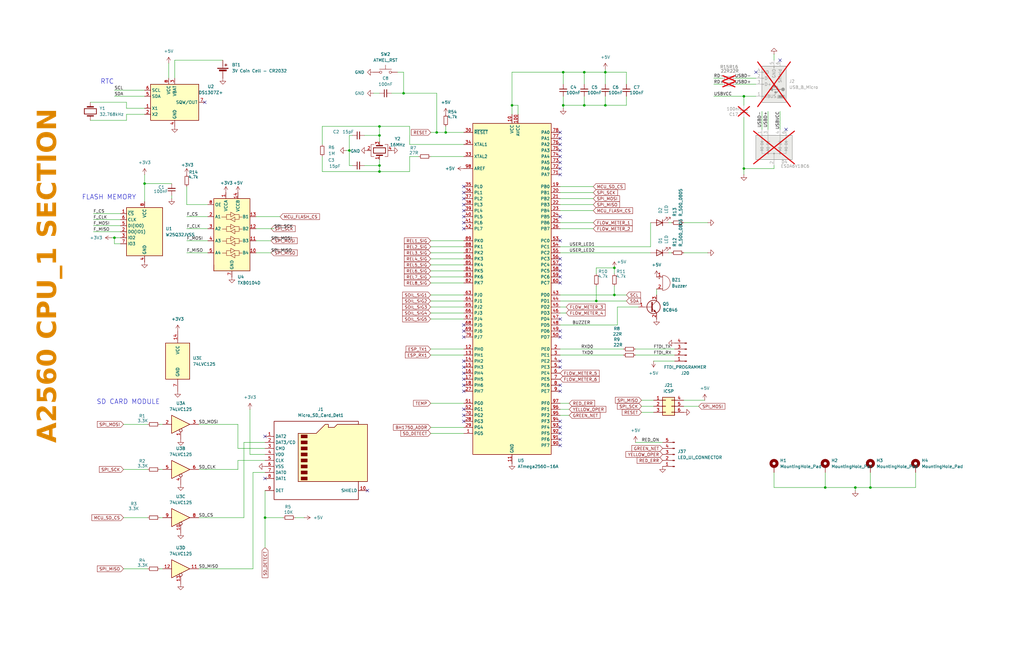
<source format=kicad_sch>
(kicad_sch (version 20250114) (generator "eeschema") (generator_version "9.0")
  (paper "B")
  (text "SD CARD MODULE\n" (at 54.102 169.672 0) (effects (font (size 2 2))))
  (text "FLASH MEMORY\n" (at 45.974 83.312 0) (effects (font (size 2 2))))
  (text "A2560 CPU_1 SECTION" (at 22.352 116.586 90) (effects (font (size 8 8))))
  (text "RTC\n" (at 45.212 34.544 0) (effects (font (size 2 2))))
  (junction (at 246.38 30.48))
  (junction (at 360.68 205.74))
  (junction (at 347.98 205.74))
  (junction (at 111.76 218.44))
  (junction (at 259.08 124.46))
  (junction (at 160.02 53.34))
  (junction (at 367.03 205.74))
  (junction (at 187.96 55.88))
  (junction (at 259.08 113.03))
  (junction (at 255.27 44.45))
  (junction (at 170.18 39.37))
  (junction (at 215.9 44.45))
  (junction (at 255.27 30.48))
  (junction (at 237.49 30.48))
  (junction (at 60.96 77.47))
  (junction (at 160.02 72.39))
  (junction (at 246.38 44.45))
  (junction (at 147.32 63.5))
  (junction (at 160.02 57.15))
  (junction (at 160.02 69.85))
  (junction (at 251.46 127))
  (junction (at 313.69 40.64))
  (junction (at 313.69 71.12))
  (junction (at 237.49 44.45))
  (junction (at 48.26 100.33))
  (junction (at 184.15 55.88))
  (no_connect (at 236.22 139.7))
  (no_connect (at 195.58 175.26))
  (no_connect (at 195.58 160.02))
  (no_connect (at 195.58 86.36))
  (no_connect (at 236.22 66.04))
  (no_connect (at 236.22 180.34))
  (no_connect (at 195.58 96.52))
  (no_connect (at 111.76 184.15))
  (no_connect (at 236.22 71.12))
  (no_connect (at 86.36 43.18))
  (no_connect (at 236.22 114.3))
  (no_connect (at 195.58 172.72))
  (no_connect (at 195.58 177.8))
  (no_connect (at 236.22 63.5))
  (no_connect (at 236.22 101.6))
  (no_connect (at 236.22 162.56))
  (no_connect (at 236.22 73.66))
  (no_connect (at 195.58 162.56))
  (no_connect (at 195.58 165.1))
  (no_connect (at 236.22 142.24))
  (no_connect (at 236.22 154.94))
  (no_connect (at 328.93 25.4))
  (no_connect (at 236.22 116.84))
  (no_connect (at 195.58 157.48))
  (no_connect (at 195.58 139.7))
  (no_connect (at 195.58 78.74))
  (no_connect (at 236.22 60.96))
  (no_connect (at 236.22 68.58))
  (no_connect (at 331.47 54.61))
  (no_connect (at 236.22 134.62))
  (no_connect (at 154.94 207.01))
  (no_connect (at 195.58 81.28))
  (no_connect (at 236.22 119.38))
  (no_connect (at 111.76 201.93))
  (no_connect (at 236.22 91.44))
  (no_connect (at 318.77 30.48))
  (no_connect (at 195.58 88.9))
  (no_connect (at 195.58 137.16))
  (no_connect (at 195.58 83.82))
  (no_connect (at 195.58 91.44))
  (no_connect (at 236.22 55.88))
  (no_connect (at 236.22 165.1))
  (no_connect (at 236.22 152.4))
  (no_connect (at 195.58 142.24))
  (no_connect (at 236.22 182.88))
  (no_connect (at 236.22 109.22))
  (no_connect (at 236.22 187.96))
  (no_connect (at 195.58 152.4))
  (no_connect (at 236.22 111.76))
  (no_connect (at 195.58 154.94))
  (no_connect (at 236.22 177.8))
  (no_connect (at 236.22 58.42))
  (no_connect (at 236.22 185.42))
  (no_connect (at 195.58 93.98))
  (wire (pts (xy 60.96 48.26) (xy 53.34 48.26)))
  (wire (pts (xy 48.26 100.33) (xy 50.8 100.33)))
  (wire (pts (xy 160.02 57.15) (xy 160.02 59.69)))
  (wire (pts (xy 93.98 25.4) (xy 73.66 25.4)))
  (wire (pts (xy 326.39 205.74) (xy 326.39 199.39)))
  (wire (pts (xy 251.46 120.65) (xy 251.46 127)))
  (wire (pts (xy 367.03 199.39) (xy 367.03 205.74)))
  (wire (pts (xy 181.61 116.84) (xy 195.58 116.84)))
  (wire (pts (xy 236.22 88.9) (xy 250.19 88.9)))
  (wire (pts (xy 39.37 97.79) (xy 50.8 97.79)))
  (wire (pts (xy 78.74 96.52) (xy 87.63 96.52)))
  (wire (pts (xy 260.35 129.54) (xy 269.24 129.54)))
  (wire (pts (xy 181.61 134.62) (xy 195.58 134.62)))
  (wire (pts (xy 102.87 186.69) (xy 111.76 186.69)))
  (wire (pts (xy 367.03 205.74) (xy 360.68 205.74)))
  (wire (pts (xy 250.19 96.52) (xy 236.22 96.52)))
  (wire (pts (xy 52.07 198.12) (xy 62.23 198.12)))
  (wire (pts (xy 147.32 57.15) (xy 147.32 63.5)))
  (wire (pts (xy 160.02 53.34) (xy 160.02 57.15)))
  (wire (pts (xy 218.44 48.26) (xy 218.44 44.45)))
  (wire (pts (xy 255.27 29.21) (xy 255.27 30.48)))
  (wire (pts (xy 251.46 113.03) (xy 259.08 113.03)))
  (wire (pts (xy 236.22 104.14) (xy 274.32 104.14)))
  (wire (pts (xy 326.39 71.12) (xy 313.69 71.12)))
  (wire (pts (xy 53.34 45.72) (xy 60.96 45.72)))
  (wire (pts (xy 236.22 106.68) (xy 274.32 106.68)))
  (wire (pts (xy 107.95 101.6) (xy 114.3 101.6)))
  (wire (pts (xy 181.61 147.32) (xy 195.58 147.32)))
  (wire (pts (xy 160.02 72.39) (xy 172.72 72.39)))
  (wire (pts (xy 181.61 104.14) (xy 195.58 104.14)))
  (wire (pts (xy 246.38 30.48) (xy 246.38 35.56)))
  (wire (pts (xy 195.58 66.04) (xy 181.61 66.04)))
  (wire (pts (xy 259.08 124.46) (xy 264.16 124.46)))
  (wire (pts (xy 78.74 91.44) (xy 87.63 91.44)))
  (wire (pts (xy 78.74 78.74) (xy 78.74 86.36)))
  (wire (pts (xy 153.67 69.85) (xy 160.02 69.85)))
  (wire (pts (xy 360.68 205.74) (xy 347.98 205.74)))
  (wire (pts (xy 264.16 40.64) (xy 264.16 44.45)))
  (wire (pts (xy 53.34 43.18) (xy 53.34 45.72)))
  (wire (pts (xy 313.69 49.53) (xy 313.69 71.12)))
  (wire (pts (xy 326.39 69.85) (xy 326.39 71.12)))
  (wire (pts (xy 284.48 152.4) (xy 275.59 152.4)))
  (wire (pts (xy 107.95 91.44) (xy 118.11 91.44)))
  (wire (pts (xy 181.61 111.76) (xy 195.58 111.76)))
  (wire (pts (xy 53.34 48.26) (xy 53.34 50.8)))
  (wire (pts (xy 135.89 53.34) (xy 160.02 53.34)))
  (wire (pts (xy 270.51 168.91) (xy 275.59 168.91)))
  (wire (pts (xy 181.61 101.6) (xy 195.58 101.6)))
  (wire (pts (xy 328.93 46.99) (xy 328.93 54.61)))
  (wire (pts (xy 236.22 149.86) (xy 262.89 149.86)))
  (wire (pts (xy 237.49 30.48) (xy 237.49 35.56)))
  (wire (pts (xy 255.27 30.48) (xy 255.27 35.56)))
  (wire (pts (xy 71.12 26.67) (xy 71.12 33.02)))
  (wire (pts (xy 38.1 43.18) (xy 53.34 43.18)))
  (wire (pts (xy 52.07 218.44) (xy 62.23 218.44)))
  (wire (pts (xy 181.61 129.54) (xy 195.58 129.54)))
  (wire (pts (xy 67.31 198.12) (xy 68.58 198.12)))
  (wire (pts (xy 39.37 90.17) (xy 50.8 90.17)))
  (wire (pts (xy 170.18 30.48) (xy 170.18 39.37)))
  (wire (pts (xy 72.39 82.55) (xy 72.39 83.82)))
  (wire (pts (xy 52.07 179.07) (xy 62.23 179.07)))
  (wire (pts (xy 309.88 33.02) (xy 318.77 33.02)))
  (wire (pts (xy 300.99 35.56) (xy 304.8 35.56)))
  (wire (pts (xy 309.88 35.56) (xy 318.77 35.56)))
  (wire (pts (xy 181.61 114.3) (xy 195.58 114.3)))
  (wire (pts (xy 148.59 57.15) (xy 147.32 57.15)))
  (wire (pts (xy 267.97 147.32) (xy 284.48 147.32)))
  (wire (pts (xy 48.26 102.87) (xy 48.26 100.33)))
  (wire (pts (xy 236.22 83.82) (xy 250.19 83.82)))
  (wire (pts (xy 67.31 218.44) (xy 68.58 218.44)))
  (wire (pts (xy 172.72 66.04) (xy 172.72 72.39)))
  (wire (pts (xy 298.45 106.68) (xy 288.29 106.68)))
  (wire (pts (xy 135.89 66.04) (xy 135.89 72.39)))
  (wire (pts (xy 181.61 106.68) (xy 195.58 106.68)))
  (wire (pts (xy 48.26 38.1) (xy 60.96 38.1)))
  (wire (pts (xy 240.03 170.18) (xy 236.22 170.18)))
  (wire (pts (xy 300.99 33.02) (xy 304.8 33.02)))
  (wire (pts (xy 67.31 179.07) (xy 68.58 179.07)))
  (wire (pts (xy 181.61 149.86) (xy 195.58 149.86)))
  (wire (pts (xy 288.29 168.91) (xy 297.18 168.91)))
  (wire (pts (xy 260.35 137.16) (xy 260.35 129.54)))
  (wire (pts (xy 288.29 171.45) (xy 294.64 171.45)))
  (wire (pts (xy 347.98 199.39) (xy 347.98 205.74)))
  (wire (pts (xy 39.37 95.25) (xy 50.8 95.25)))
  (wire (pts (xy 215.9 30.48) (xy 237.49 30.48)))
  (wire (pts (xy 187.96 55.88) (xy 195.58 55.88)))
  (wire (pts (xy 237.49 45.72) (xy 237.49 44.45)))
  (wire (pts (xy 170.18 39.37) (xy 184.15 39.37)))
  (wire (pts (xy 111.76 191.77) (xy 105.41 191.77)))
  (wire (pts (xy 237.49 30.48) (xy 246.38 30.48)))
  (wire (pts (xy 170.18 39.37) (xy 165.1 39.37)))
  (wire (pts (xy 39.37 92.71) (xy 50.8 92.71)))
  (wire (pts (xy 128.27 218.44) (xy 124.46 218.44)))
  (wire (pts (xy 167.64 30.48) (xy 170.18 30.48)))
  (wire (pts (xy 323.85 46.99) (xy 323.85 54.61)))
  (wire (pts (xy 73.66 25.4) (xy 73.66 33.02)))
  (wire (pts (xy 111.76 218.44) (xy 119.38 218.44)))
  (wire (pts (xy 313.69 44.45) (xy 313.69 40.64)))
  (wire (pts (xy 238.76 129.54) (xy 236.22 129.54)))
  (wire (pts (xy 236.22 137.16) (xy 260.35 137.16)))
  (wire (pts (xy 160.02 72.39) (xy 160.02 69.85)))
  (wire (pts (xy 270.51 173.99) (xy 275.59 173.99)))
  (wire (pts (xy 236.22 147.32) (xy 262.89 147.32)))
  (wire (pts (xy 83.82 240.03) (xy 106.68 240.03)))
  (wire (pts (xy 360.68 207.01) (xy 360.68 205.74)))
  (wire (pts (xy 50.8 102.87) (xy 48.26 102.87)))
  (wire (pts (xy 326.39 22.86) (xy 326.39 25.4)))
  (wire (pts (xy 157.48 39.37) (xy 160.02 39.37)))
  (wire (pts (xy 60.96 77.47) (xy 60.96 85.09)))
  (wire (pts (xy 181.61 182.88) (xy 195.58 182.88)))
  (wire (pts (xy 147.32 69.85) (xy 148.59 69.85)))
  (wire (pts (xy 240.03 172.72) (xy 236.22 172.72)))
  (wire (pts (xy 147.32 63.5) (xy 147.32 69.85)))
  (wire (pts (xy 236.22 78.74) (xy 250.19 78.74)))
  (wire (pts (xy 38.1 50.8) (xy 53.34 50.8)))
  (wire (pts (xy 237.49 44.45) (xy 237.49 40.64)))
  (wire (pts (xy 255.27 40.64) (xy 255.27 44.45)))
  (wire (pts (xy 259.08 113.03) (xy 259.08 115.57)))
  (wire (pts (xy 60.96 73.66) (xy 60.96 77.47)))
  (wire (pts (xy 250.19 93.98) (xy 236.22 93.98)))
  (wire (pts (xy 67.31 240.03) (xy 68.58 240.03)))
  (wire (pts (xy 160.02 69.85) (xy 160.02 67.31)))
  (wire (pts (xy 283.21 106.68) (xy 281.94 106.68)))
  (wire (pts (xy 347.98 205.74) (xy 326.39 205.74)))
  (wire (pts (xy 255.27 44.45) (xy 246.38 44.45)))
  (wire (pts (xy 172.72 60.96) (xy 195.58 60.96)))
  (wire (pts (xy 321.31 46.99) (xy 321.31 54.61)))
  (wire (pts (xy 236.22 86.36) (xy 250.19 86.36)))
  (wire (pts (xy 78.74 101.6) (xy 87.63 101.6)))
  (wire (pts (xy 106.68 240.03) (xy 106.68 199.39)))
  (wire (pts (xy 218.44 44.45) (xy 215.9 44.45)))
  (wire (pts (xy 251.46 127) (xy 264.16 127)))
  (wire (pts (xy 78.74 106.68) (xy 87.63 106.68)))
  (wire (pts (xy 270.51 171.45) (xy 275.59 171.45)))
  (wire (pts (xy 83.82 198.12) (xy 100.33 198.12)))
  (wire (pts (xy 172.72 53.34) (xy 172.72 60.96)))
  (wire (pts (xy 181.61 124.46) (xy 195.58 124.46)))
  (wire (pts (xy 246.38 40.64) (xy 246.38 44.45)))
  (wire (pts (xy 100.33 194.31) (xy 100.33 198.12)))
  (wire (pts (xy 181.61 55.88) (xy 184.15 55.88)))
  (wire (pts (xy 298.45 93.98) (xy 288.29 93.98)))
  (wire (pts (xy 176.53 66.04) (xy 172.72 66.04)))
  (wire (pts (xy 236.22 124.46) (xy 259.08 124.46)))
  (wire (pts (xy 52.07 240.03) (xy 62.23 240.03)))
  (wire (pts (xy 386.08 199.39) (xy 386.08 205.74)))
  (wire (pts (xy 102.87 218.44) (xy 102.87 186.69)))
  (wire (pts (xy 111.76 207.01) (xy 111.76 218.44)))
  (wire (pts (xy 111.76 194.31) (xy 100.33 194.31)))
  (wire (pts (xy 259.08 120.65) (xy 259.08 124.46)))
  (wire (pts (xy 48.26 40.64) (xy 60.96 40.64)))
  (wire (pts (xy 283.21 93.98) (xy 281.94 93.98)))
  (wire (pts (xy 276.86 121.92) (xy 276.86 124.46)))
  (wire (pts (xy 264.16 30.48) (xy 264.16 35.56)))
  (wire (pts (xy 160.02 53.34) (xy 172.72 53.34)))
  (wire (pts (xy 267.97 186.69) (xy 279.4 186.69)))
  (wire (pts (xy 135.89 60.96) (xy 135.89 53.34)))
  (wire (pts (xy 107.95 96.52) (xy 115.57 96.52)))
  (wire (pts (xy 181.61 180.34) (xy 195.58 180.34)))
  (wire (pts (xy 111.76 218.44) (xy 111.76 231.14)))
  (wire (pts (xy 187.96 53.34) (xy 187.96 55.88)))
  (wire (pts (xy 60.96 77.47) (xy 72.39 77.47)))
  (wire (pts (xy 106.68 199.39) (xy 111.76 199.39)))
  (wire (pts (xy 313.69 73.66) (xy 313.69 71.12)))
  (wire (pts (xy 255.27 30.48) (xy 264.16 30.48)))
  (wire (pts (xy 240.03 175.26) (xy 236.22 175.26)))
  (wire (pts (xy 105.41 172.72) (xy 105.41 191.77)))
  (wire (pts (xy 184.15 39.37) (xy 184.15 55.88)))
  (wire (pts (xy 246.38 30.48) (xy 255.27 30.48)))
  (wire (pts (xy 251.46 115.57) (xy 251.46 113.03)))
  (wire (pts (xy 215.9 48.26) (xy 215.9 44.45)))
  (wire (pts (xy 238.76 132.08) (xy 236.22 132.08)))
  (wire (pts (xy 135.89 72.39) (xy 160.02 72.39)))
  (wire (pts (xy 313.69 40.64) (xy 318.77 40.64)))
  (wire (pts (xy 153.67 57.15) (xy 160.02 57.15)))
  (wire (pts (xy 181.61 127) (xy 195.58 127)))
  (wire (pts (xy 83.82 179.07) (xy 100.33 179.07)))
  (wire (pts (xy 246.38 44.45) (xy 237.49 44.45)))
  (wire (pts (xy 181.61 170.18) (xy 195.58 170.18)))
  (wire (pts (xy 215.9 44.45) (xy 215.9 30.48)))
  (wire (pts (xy 267.97 149.86) (xy 284.48 149.86)))
  (wire (pts (xy 107.95 106.68) (xy 114.3 106.68)))
  (wire (pts (xy 184.15 55.88) (xy 187.96 55.88)))
  (wire (pts (xy 100.33 179.07) (xy 100.33 189.23)))
  (wire (pts (xy 83.82 218.44) (xy 102.87 218.44)))
  (wire (pts (xy 274.32 104.14) (xy 274.32 93.98)))
  (wire (pts (xy 100.33 189.23) (xy 111.76 189.23)))
  (wire (pts (xy 386.08 205.74) (xy 367.03 205.74)))
  (wire (pts (xy 181.61 109.22) (xy 195.58 109.22)))
  (wire (pts (xy 78.74 86.36) (xy 87.63 86.36)))
  (wire (pts (xy 264.16 44.45) (xy 255.27 44.45)))
  (wire (pts (xy 236.22 81.28) (xy 250.19 81.28)))
  (wire (pts (xy 181.61 132.08) (xy 195.58 132.08)))
  (wire (pts (xy 236.22 127) (xy 251.46 127)))
  (wire (pts (xy 181.61 119.38) (xy 195.58 119.38)))
  (wire (pts (xy 146.05 63.5) (xy 147.32 63.5)))
  (wire (pts (xy 300.99 40.64) (xy 313.69 40.64)))
  (wire (pts (xy 46.99 100.33) (xy 48.26 100.33)))
  (label "RD+" (at 300.99 35.56 0))
  (label "TXD0" (at 250.19 149.86 180))
  (label "FTDI_RX" (at 275.59 149.86 0))
  (label "SPI_SCK" (at 115.57 96.52 0))
  (label "SD_MOSI" (at 83.82 179.07 0))
  (label "RED_ON" (at 270.51 186.69 0))
  (label "FTDI_TX" (at 275.59 147.32 0))
  (label "USER_LED1" (at 240.03 104.14 0))
  (label "USBVCC" (at 328.93 46.99 270))
  (label "SPI_MISO" (at 114.3 106.68 0))
  (label "SPI_MOSI" (at 114.3 101.6 0))
  (label "F_MISO" (at 39.37 97.79 0))
  (label "F_CS" (at 78.74 91.44 0))
  (label "USBD-" (at 309.88 33.02 0))
  (label "USBD-" (at 321.31 46.99 270))
  (label "USBD+" (at 323.85 46.99 270))
  (label "SD_MISO" (at 83.82 240.03 0))
  (label "F_CLK" (at 78.74 96.52 0))
  (label "RXD0" (at 250.19 147.32 180))
  (label "USBVCC" (at 300.99 40.64 0))
  (label "F_CS" (at 39.37 90.17 0))
  (label "RD-" (at 300.99 33.02 0))
  (label "SCL" (at 48.26 38.1 0))
  (label "SD_CLK" (at 83.82 198.12 0))
  (label "SD_CS" (at 83.82 218.44 0))
  (label "SDA" (at 48.26 40.64 0))
  (label "F_CLK" (at 39.37 92.71 0))
  (label "F_MOSI" (at 39.37 95.25 0))
  (label "USBD+" (at 309.88 35.56 0))
  (label "F_MISO" (at 78.74 106.68 0))
  (label "BUZZER" (at 241.3 137.16 0))
  (label "USER_LED2" (at 240.03 106.68 0))
  (label "F_MOSI" (at 78.74 101.6 0))
  (global_label "SPI_MISO" (shape input) (at 52.07 240.03 180) (property "Intersheetrefs" "${INTERSHEET_REFS}" (effects (hide yes))))
  (global_label "SPI_MISO" (shape input) (at 270.51 168.91 180) (property "Intersheetrefs" "${INTERSHEET_REFS}" (effects (hide yes))))
  (global_label "SPI_MISO" (shape input) (at 114.3 106.68 0) (property "Intersheetrefs" "${INTERSHEET_REFS}" (effects (hide yes))))
  (global_label "SOIL_SIG4" (shape input) (at 181.61 132.08 180) (property "Intersheetrefs" "${INTERSHEET_REFS}" (effects (hide yes))))
  (global_label "SPI_MOSI" (shape input) (at 114.3 101.6 0) (property "Intersheetrefs" "${INTERSHEET_REFS}" (effects (hide yes))))
  (global_label "FLOW_METER_6" (shape input) (at 236.22 160.02 0) (property "Intersheetrefs" "${INTERSHEET_REFS}" (effects (hide yes))))
  (global_label "SPI_MOSI" (shape input) (at 52.07 179.07 180) (property "Intersheetrefs" "${INTERSHEET_REFS}" (effects (hide yes))))
  (global_label "REL2_SIG" (shape input) (at 181.61 104.14 180) (property "Intersheetrefs" "${INTERSHEET_REFS}" (effects (hide yes))))
  (global_label "FLOW_METER_5" (shape input) (at 236.22 157.48 0) (property "Intersheetrefs" "${INTERSHEET_REFS}" (effects (hide yes))))
  (global_label "YELLOW_OPER" (shape input) (at 240.03 172.72 0) (property "Intersheetrefs" "${INTERSHEET_REFS}" (effects (hide yes))))
  (global_label "BH1750_ADDR" (shape input) (at 181.61 180.34 180) (property "Intersheetrefs" "${INTERSHEET_REFS}" (effects (hide yes))))
  (global_label "MCU_SD_CS" (shape input) (at 250.19 78.74 0) (property "Intersheetrefs" "${INTERSHEET_REFS}" (effects (hide yes))))
  (global_label "SPI_SCK" (shape input) (at 114.3 96.52 0) (property "Intersheetrefs" "${INTERSHEET_REFS}" (effects (hide yes))))
  (global_label "FLOW_METER_1" (shape input) (at 250.19 93.98 0) (property "Intersheetrefs" "${INTERSHEET_REFS}" (effects (hide yes))))
  (global_label "MCU_FLASH_CS" (shape input) (at 118.11 91.44 0) (property "Intersheetrefs" "${INTERSHEET_REFS}" (effects (hide yes))))
  (global_label "SOIL_SIG2" (shape input) (at 181.61 127 180) (property "Intersheetrefs" "${INTERSHEET_REFS}" (effects (hide yes))))
  (global_label "SPI_SCK" (shape input) (at 52.07 198.12 180) (property "Intersheetrefs" "${INTERSHEET_REFS}" (effects (hide yes))))
  (global_label "MCU_SD_CS" (shape input) (at 52.07 218.44 180) (property "Intersheetrefs" "${INTERSHEET_REFS}" (effects (hide yes))))
  (global_label "SCL" (shape input) (at 264.16 124.46 0) (property "Intersheetrefs" "${INTERSHEET_REFS}" (effects (hide yes))))
  (global_label "ESP_TX1" (shape input) (at 181.61 147.32 180) (property "Intersheetrefs" "${INTERSHEET_REFS}" (effects (hide yes))))
  (global_label "TEMP" (shape input) (at 181.61 170.18 180) (property "Intersheetrefs" "${INTERSHEET_REFS}" (effects (hide yes))))
  (global_label "RED_ERR" (shape input) (at 240.03 170.18 0) (property "Intersheetrefs" "${INTERSHEET_REFS}" (effects (hide yes))))
  (global_label "SPI_MOSI" (shape input) (at 294.64 171.45 0) (property "Intersheetrefs" "${INTERSHEET_REFS}" (effects (hide yes))))
  (global_label "SOIL_SIG3" (shape input) (at 181.61 129.54 180) (property "Intersheetrefs" "${INTERSHEET_REFS}" (effects (hide yes))))
  (global_label "YELLOW_OPER" (shape input) (at 279.4 191.77 180) (property "Intersheetrefs" "${INTERSHEET_REFS}" (effects (hide yes))))
  (global_label "SOIL_SIG5" (shape input) (at 181.61 134.62 180) (property "Intersheetrefs" "${INTERSHEET_REFS}" (effects (hide yes))))
  (global_label "REL6_SIG" (shape input) (at 181.61 114.3 180) (property "Intersheetrefs" "${INTERSHEET_REFS}" (effects (hide yes))))
  (global_label "SD_DETECT" (shape input) (at 111.76 231.14 270) (property "Intersheetrefs" "${INTERSHEET_REFS}" (effects (hide yes))))
  (global_label "SOIL_SIG1" (shape input) (at 181.61 124.46 180) (property "Intersheetrefs" "${INTERSHEET_REFS}" (effects (hide yes))))
  (global_label "FLOW_METER_2" (shape input) (at 250.19 96.52 0) (property "Intersheetrefs" "${INTERSHEET_REFS}" (effects (hide yes))))
  (global_label "RED_ERR" (shape input) (at 279.4 194.31 180) (property "Intersheetrefs" "${INTERSHEET_REFS}" (effects (hide yes))))
  (global_label "SPI_SCK" (shape input) (at 270.51 171.45 180) (property "Intersheetrefs" "${INTERSHEET_REFS}" (effects (hide yes))))
  (global_label "REL8_SIG" (shape input) (at 181.61 119.38 180) (property "Intersheetrefs" "${INTERSHEET_REFS}" (effects (hide yes))))
  (global_label "GREEN_NET" (shape input) (at 240.03 175.26 0) (property "Intersheetrefs" "${INTERSHEET_REFS}" (effects (hide yes))))
  (global_label "SPI_SCK" (shape input) (at 250.19 81.28 0) (property "Intersheetrefs" "${INTERSHEET_REFS}" (effects (hide yes))))
  (global_label "REL3_SIG" (shape input) (at 181.61 106.68 180) (property "Intersheetrefs" "${INTERSHEET_REFS}" (effects (hide yes))))
  (global_label "SD_DETECT" (shape input) (at 181.61 182.88 180) (property "Intersheetrefs" "${INTERSHEET_REFS}" (effects (hide yes))))
  (global_label "RESET" (shape input) (at 270.51 173.99 180) (property "Intersheetrefs" "${INTERSHEET_REFS}" (effects (hide yes))))
  (global_label "SPI_MOSI" (shape input) (at 250.19 83.82 0) (property "Intersheetrefs" "${INTERSHEET_REFS}" (effects (hide yes))))
  (global_label "REL4_SIG" (shape input) (at 181.61 109.22 180) (property "Intersheetrefs" "${INTERSHEET_REFS}" (effects (hide yes))))
  (global_label "ESP_RX1" (shape input) (at 181.61 149.86 180) (property "Intersheetrefs" "${INTERSHEET_REFS}" (effects (hide yes))))
  (global_label "GREEN_NET" (shape input) (at 279.4 189.23 180) (property "Intersheetrefs" "${INTERSHEET_REFS}" (effects (hide yes))))
  (global_label "SPI_MISO" (shape input) (at 250.19 86.36 0) (property "Intersheetrefs" "${INTERSHEET_REFS}" (effects (hide yes))))
  (global_label "REL5_SIG" (shape input) (at 181.61 111.76 180) (property "Intersheetrefs" "${INTERSHEET_REFS}" (effects (hide yes))))
  (global_label "SDA" (shape input) (at 264.16 127 0) (property "Intersheetrefs" "${INTERSHEET_REFS}" (effects (hide yes))))
  (global_label "RESET" (shape input) (at 181.61 55.88 180) (property "Intersheetrefs" "${INTERSHEET_REFS}" (effects (hide yes))))
  (global_label "REL7_SIG" (shape input) (at 181.61 116.84 180) (property "Intersheetrefs" "${INTERSHEET_REFS}" (effects (hide yes))))
  (global_label "FLOW_METER_3" (shape input) (at 238.76 129.54 0) (property "Intersheetrefs" "${INTERSHEET_REFS}" (effects (hide yes))))
  (global_label "REL1_SIG" (shape input) (at 181.61 101.6 180) (property "Intersheetrefs" "${INTERSHEET_REFS}" (effects (hide yes))))
  (global_label "FLOW_METER_4" (shape input) (at 238.76 132.08 0) (property "Intersheetrefs" "${INTERSHEET_REFS}" (effects (hide yes))))
  (global_label "MCU_FLASH_CS" (shape input) (at 250.19 88.9 0) (property "Intersheetrefs" "${INTERSHEET_REFS}" (effects (hide yes))))
  (symbol (lib_id "Device:R_Small") (at 64.77 179.07 90) (unit 1)
    (property "Reference" "R1" (at 59.944 175.514 90))
    (property "Value" "3.3K" (at 60.198 177.546 90))
    (property "Footprint" "Resistor_SMD:R_0805_2012Metric" (effects (hide yes)))
    (property "Description" "Resistor, small symbol" (effects (hide yes)))
    (property "LCSC Part#" "C114531" (effects (hide yes)))
  )
  (symbol (lib_id "Device:R_Small") (at 64.77 198.12 90) (unit 1)
    (property "Reference" "R2" (at 59.944 194.564 90))
    (property "Value" "3.3K" (at 60.198 196.596 90))
    (property "Footprint" "Resistor_SMD:R_0805_2012Metric" (effects (hide yes)))
    (property "Description" "Resistor, small symbol" (effects (hide yes)))
    (property "LCSC Part#" "C114531" (effects (hide yes)))
  )
  (symbol (lib_id "Power_Protection:ESDA6V1BC6") (at 326.39 62.23 0) (unit 1) (exclude_from_sim yes) (in_bom no) (on_board no) (dnp yes)
    (property "Reference" "D4" (at 329.438 68.326 0) (effects (justify left)))
    (property "Value" "ESDA6V1BC6" (at 329.184 70.104 0) (effects (justify left)))
    (property "Footprint" "Package_TO_SOT_SMD:SOT-23-6" (effects (hide yes)))
    (property "Datasheet" "http://www.st.com/content/ccc/resource/technical/document/datasheet/21/07/21/e3/a8/df/42/a2/CD00001906.pdf/files/CD00001906.pdf/jcr:content/translations/en.CD00001906.pdf" (effects (hide yes)))
    (property "Description" "Quad bidirectional transil, Suppressor for ESD protection, 5V Standoff, 4 Channels, SOT-23-6" (effects (hide yes)))
  )
  (symbol (lib_id "Device:C_Small") (at 264.16 38.1 180) (unit 1)
    (property "Reference" "C7" (at 268.478 36.83 0))
    (property "Value" "100nF" (at 268.478 39.116 0))
    (property "Footprint" "Capacitor_SMD:C_0805_2012Metric" (effects (hide yes)))
    (property "Description" "Unpolarized capacitor, small symbol" (effects (hide yes)))
    (property "LCSC Part#" "C49678" (effects (hide yes)))
  )
  (symbol (lib_id "Device:R_Small") (at 285.75 93.98 270) (unit 1)
    (property "Reference" "R13" (at 284.48 91.44 0) (effects (justify right)))
    (property "Value" "R_500_0805" (at 287.02 91.44 0) (effects (justify right)))
    (property "Footprint" "Resistor_SMD:R_0805_2012Metric" (effects (hide yes)))
    (property "Description" "Resistor, small symbol" (effects (hide yes)))
    (property "LCSC Part#" "C2828857" (effects (hide yes)))
  )
  (symbol (lib_id "power:+5V") (at 276.86 116.84 0) (unit 1)
    (property "Reference" "#PWR042" (effects (hide yes)))
    (property "Value" "+5V" (at 276.86 111.76 0))
    (property "Description" "Power symbol creates a global label with name \"+5V\"" (effects (hide yes)))
  )
  (symbol (lib_id "Device:C_Small") (at 151.13 57.15 90) (unit 1)
    (property "Reference" "C2" (at 141.732 55.626 90))
    (property "Value" "15pF" (at 146.812 55.626 90))
    (property "Footprint" "Capacitor_SMD:C_0805_2012Metric" (effects (hide yes)))
    (property "Description" "Unpolarized capacitor, small symbol" (effects (hide yes)))
    (property "LCSC Part#" "C5186731" (effects (hide yes)))
  )
  (symbol (lib_id "Mechanical:MountingHole_Pad") (at 326.39 196.85 0) (unit 1) (exclude_from_sim yes) (in_bom no)
    (property "Reference" "H1" (at 328.93 194.31 0) (effects (justify left)))
    (property "Value" "MountingHole_Pad" (at 328.93 196.85 0) (effects (justify left)))
    (property "Footprint" "MountingHole:MountingHole_3.2mm_M3_Pad_Via" (effects (hide yes)))
    (property "Description" "Mounting Hole with connection" (effects (hide yes)))
  )
  (symbol (lib_id "power:+3V3") (at 46.99 100.33 90) (unit 1)
    (property "Reference" "#PWR01" (effects (hide yes)))
    (property "Value" "+3V3" (at 43.18 100.33 90) (effects (justify left)))
    (property "Description" "Power symbol creates a global label with name \"+3V3\"" (effects (hide yes)))
  )
  (symbol (lib_id "Device:C_Small") (at 151.13 69.85 90) (unit 1)
    (property "Reference" "C3" (at 139.7 67.564 90))
    (property "Value" "15pF" (at 141.224 70.104 90))
    (property "Footprint" "Capacitor_SMD:C_0805_2012Metric" (effects (hide yes)))
    (property "Description" "Unpolarized capacitor, small symbol" (effects (hide yes)))
    (property "LCSC Part#" "C5186731" (effects (hide yes)))
  )
  (symbol (lib_id "Timer_RTC:DS1307Z+") (at 73.66 43.18 0) (unit 1)
    (property "Reference" "U2" (at 88.9 36.5235 0))
    (property "Value" "DS1307Z+" (at 88.9 39.0635 0))
    (property "Footprint" "Package_SO:SOIC-8_3.9x4.9mm_P1.27mm" (effects (hide yes)))
    (property "Datasheet" "https://datasheets.maximintegrated.com/en/ds/DS1307.pdf" (effects (hide yes)))
    (property "Description" "64 x 8, Serial, I2C Real-time clock, 4.5V to 5.5V VCC, 0°C to +70°C, SOIC-8" (effects (hide yes)))
    (property "LCSC Part#" "C9868" (effects (hide yes)))
  )
  (symbol (lib_id "power:+5V") (at 187.96 48.26 0) (unit 1)
    (property "Reference" "#PWR0172" (effects (hide yes)))
    (property "Value" "+5V" (at 187.96 43.18 0))
    (property "Description" "Power symbol creates a global label with name \"+5V\"" (effects (hide yes)))
  )
  (symbol (lib_id "power:GND") (at 215.9 195.58 0) (unit 1)
    (property "Reference" "#PWR024" (effects (hide yes)))
    (property "Value" "GND" (effects (hide yes)))
    (property "Description" "Power symbol creates a global label with name \"GND\" , ground" (effects (hide yes)))
  )
  (symbol (lib_id "Connector:Conn_01x05_Pin") (at 284.48 191.77 180) (unit 1)
    (property "Reference" "J37" (at 285.75 190.5 0) (effects (justify right)))
    (property "Value" "LED_UI_CONNECTOR" (at 285.75 193.04 0) (effects (justify right)))
    (property "Footprint" "Connector_JST:JST_EH_B5B-EH-A_1x05_P2.50mm_Vertical" (effects (hide yes)))
    (property "Description" "Generic connector, single row, 01x05, script generated" (effects (hide yes)))
    (property "LCSC Part#" "C19271389" (effects (hide yes)))
  )
  (symbol (lib_id "Memory_Flash:W25Q32JVSS") (at 60.96 97.79 0) (unit 1)
    (property "Reference" "U1" (at 69.85 96.52 0) (effects (justify left)))
    (property "Value" "W25Q32JVSS" (at 69.85 99.06 0) (effects (justify left)))
    (property "Footprint" "Package_SO:SOIC-8_5.23x5.23mm_P1.27mm" (effects (hide yes)))
    (property "Datasheet" "http://www.winbond.com/resource-files/w25q32jv%20revg%2003272018%20plus.pdf" (effects (hide yes)))
    (property "Description" "32Mb Serial Flash Memory, Standard/Dual/Quad SPI, SOIC-8" (effects (hide yes)))
    (property "LCSC Part#" "C82344" (effects (hide yes)))
  )
  (symbol (lib_id "Device:R_Small") (at 259.08 118.11 180) (unit 1)
    (property "Reference" "R11" (at 261.874 114.554 0))
    (property "Value" "4.7k" (at 261.874 116.586 0))
    (property "Footprint" "Resistor_SMD:R_0805_2012Metric" (effects (hide yes)))
    (property "Description" "Resistor, small symbol" (effects (hide yes)))
    (property "LCSC Part#" "C17673" (effects (hide yes)))
  )
  (symbol (lib_id "power:GND") (at 298.45 106.68 90) (unit 1)
    (property "Reference" "#PWR039" (effects (hide yes)))
    (property "Value" "GND" (effects (hide yes)))
    (property "Description" "Power symbol creates a global label with name \"GND\" , ground" (effects (hide yes)))
  )
  (symbol (lib_id "Device:Crystal") (at 38.1 46.99 90) (unit 1)
    (property "Reference" "Y1" (at 41.91 45.72 90) (effects (justify right)))
    (property "Value" "32.768kHz" (at 41.91 48.26 90) (effects (justify right)))
    (property "Footprint" "Crystal:Crystal_SMD_SeikoEpson_MC406-4Pin_9.6x4.1mm" (effects (hide yes)))
    (property "Description" "Two pin crystal" (effects (hide yes)))
    (property "LCSC Part#" "C16320" (effects (hide yes)))
  )
  (symbol (lib_id "power:+3V3") (at 105.41 172.72 0) (unit 1)
    (property "Reference" "#PWR017" (effects (hide yes)))
    (property "Value" "+3V3" (at 105.41 167.64 0))
    (property "Description" "Power symbol creates a global label with name \"+3V3\"" (effects (hide yes)))
  )
  (symbol (lib_id "74xx:74LVC125") (at 76.2 240.03 0) (unit 4)
    (property "Reference" "U3" (at 76.2 231.14 0))
    (property "Value" "74LVC125" (at 76.2 233.68 0))
    (property "Footprint" "Package_SO:TSSOP-14_4.4x5mm_P0.65mm" (effects (hide yes)))
    (property "Datasheet" "http://www.ti.com/lit/gpn/sn74LVC125" (effects (hide yes)))
    (property "Description" "Quad buffer 3-State outputs" (effects (hide yes)))
    (property "LCSC Part#" "C7813" (effects (hide yes)))
  )
  (symbol (lib_id "power:+5V") (at 255.27 29.21 0) (unit 1)
    (property "Reference" "#PWR026" (effects (hide yes)))
    (property "Value" "+5V" (at 255.27 24.13 0))
    (property "Description" "Power symbol creates a global label with name \"+5V\"" (effects (hide yes)))
  )
  (symbol (lib_id "power:+3V3") (at 60.96 73.66 0) (unit 1)
    (property "Reference" "#PWR02" (effects (hide yes)))
    (property "Value" "+3V3" (at 60.96 68.58 0))
    (property "Description" "Power symbol creates a global label with name \"+3V3\"" (effects (hide yes)))
  )
  (symbol (lib_id "power:GND") (at 97.79 116.84 0) (unit 1)
    (property "Reference" "#PWR015" (effects (hide yes)))
    (property "Value" "GND" (effects (hide yes)))
    (property "Description" "Power symbol creates a global label with name \"GND\" , ground" (effects (hide yes)))
  )
  (symbol (lib_id "power:GND") (at 237.49 45.72 0) (unit 1)
    (property "Reference" "#PWR025" (effects (hide yes)))
    (property "Value" "GND" (effects (hide yes)))
    (property "Description" "Power symbol creates a global label with name \"GND\" , ground" (effects (hide yes)))
  )
  (symbol (lib_id "Connector:USB_B_Micro") (at 326.39 35.56 180) (unit 1) (exclude_from_sim yes) (in_bom no) (on_board no) (dnp yes)
    (property "Reference" "J2" (at 332.74 34.29 0) (effects (justify right)))
    (property "Value" "USB_B_Micro" (at 332.74 36.83 0) (effects (justify right)))
    (property "Description" "USB Micro Type B connector" (effects (hide yes)))
  )
  (symbol (lib_id "power:GND") (at 73.66 53.34 0) (unit 1)
    (property "Reference" "#PWR06" (effects (hide yes)))
    (property "Value" "GND" (effects (hide yes)))
    (property "Description" "Power symbol creates a global label with name \"GND\" , ground" (effects (hide yes)))
  )
  (symbol (lib_id "power:GND") (at 72.39 83.82 0) (unit 1)
    (property "Reference" "#PWR05" (effects (hide yes)))
    (property "Value" "GND" (effects (hide yes)))
    (property "Description" "Power symbol creates a global label with name \"GND\" , ground" (effects (hide yes)))
  )
  (symbol (lib_id "power:GND") (at 76.2 224.79 0) (unit 1)
    (property "Reference" "#PWR011" (effects (hide yes)))
    (property "Value" "GND" (effects (hide yes)))
    (property "Description" "Power symbol creates a global label with name \"GND\" , ground" (effects (hide yes)))
  )
  (symbol (lib_id "Logic_LevelTranslator:TXB0104D") (at 97.79 99.06 0) (unit 1)
    (property "Reference" "U4" (at 100.1531 116.84 0) (effects (justify left)))
    (property "Value" "TXB0104D" (at 100.1531 119.38 0) (effects (justify left)))
    (property "Footprint" "Package_SO:SOIC-14_3.9x8.7mm_P1.27mm" (effects (hide yes)))
    (property "Datasheet" "http://www.ti.com/lit/ds/symlink/txb0104.pdf" (effects (hide yes)))
    (property "Description" "4-Bit Bidirectional Voltage-Level Translator, Auto Direction Sensing and ±15-kV ESD Protection, 1.2 - 3.6V APort, 1.65 - 5.5V BPort, SOIC-14" (effects (hide yes)))
    (property "LCSC Part#" "C1549752" (effects (hide yes)))
  )
  (symbol (lib_id "power:GND") (at 284.48 144.78 270) (unit 1)
    (property "Reference" "#PWR027" (effects (hide yes)))
    (property "Value" "GND" (effects (hide yes)))
    (property "Description" "Power symbol creates a global label with name \"GND\" , ground" (effects (hide yes)))
  )
  (symbol (lib_id "74xx:74LVC125") (at 76.2 179.07 0) (unit 1)
    (property "Reference" "U3" (at 76.2 170.18 0))
    (property "Value" "74LVC125" (at 76.2 172.72 0))
    (property "Footprint" "Package_SO:TSSOP-14_4.4x5mm_P0.65mm" (effects (hide yes)))
    (property "Datasheet" "http://www.ti.com/lit/gpn/sn74LVC125" (effects (hide yes)))
    (property "Description" "Quad buffer 3-State outputs" (effects (hide yes)))
    (property "LCSC Part#" "C7813" (effects (hide yes)))
  )
  (symbol (lib_id "Connector_Generic:Conn_02x03_Top_Bottom") (at 280.67 171.45 0) (unit 1)
    (property "Reference" "J21" (at 281.94 162.56 0))
    (property "Value" "ICSP" (at 281.94 165.1 0))
    (property "Footprint" "Connector_PinHeader_2.54mm:PinHeader_2x03_P2.54mm_Vertical" (effects (hide yes)))
    (property "Description" "Generic connector, double row, 02x03, top/bottom pin numbering scheme (row 1: 1...pins_per_row, row2: pins_per_row+1 ... num_pins), script generated (kicad-library-utils/schlib/autogen/connector/)" (effects (hide yes)))
    (property "LCSC Part#" "C18078212" (effects (hide yes)))
  )
  (symbol (lib_id "power:GND") (at 76.2 246.38 0) (unit 1)
    (property "Reference" "#PWR012" (effects (hide yes)))
    (property "Value" "GND" (effects (hide yes)))
    (property "Description" "Power symbol creates a global label with name \"GND\" , ground" (effects (hide yes)))
  )
  (symbol (lib_id "Device:Buzzer") (at 279.4 119.38 0) (unit 1)
    (property "Reference" "BZ1" (at 283.21 118.11 0) (effects (justify left)))
    (property "Value" "Buzzer" (at 283.21 120.65 0) (effects (justify left)))
    (property "Footprint" "Buzzer_Beeper:Buzzer_Murata_PKMCS0909E" (effects (hide yes)))
    (property "Description" "Buzzer, polarized" (effects (hide yes)))
    (property "LCSC Part#" "C910763" (effects (hide yes)))
  )
  (symbol (lib_id "Switch:SW_Push") (at 162.56 30.48 0) (unit 1)
    (property "Reference" "SW2" (at 162.56 22.86 0))
    (property "Value" "ATMEL_RST" (at 162.56 25.4 0))
    (property "Footprint" "Button_Switch_SMD:SW_SPST_PTS810" (effects (hide yes)))
    (property "Description" "Push button switch, generic, two pins" (effects (hide yes)))
    (property "LCSC Part#" "C116501" (effects (hide yes)))
  )
  (symbol (lib_id "Device:R_Small") (at 285.75 106.68 270) (unit 1)
    (property "Reference" "R12" (at 284.48 104.14 0) (effects (justify right)))
    (property "Value" "R_500_0805" (at 287.02 104.14 0) (effects (justify right)))
    (property "Footprint" "Resistor_SMD:R_0805_2012Metric" (effects (hide yes)))
    (property "Description" "Resistor, small symbol" (effects (hide yes)))
    (property "LCSC Part#" "C2828857" (effects (hide yes)))
  )
  (symbol (lib_id "74xx:74LVC125") (at 76.2 218.44 0) (unit 3)
    (property "Reference" "U3" (at 76.2 209.55 0))
    (property "Value" "74LVC125" (at 76.2 212.09 0))
    (property "Footprint" "Package_SO:TSSOP-14_4.4x5mm_P0.65mm" (effects (hide yes)))
    (property "Datasheet" "http://www.ti.com/lit/gpn/sn74LVC125" (effects (hide yes)))
    (property "Description" "Quad buffer 3-State outputs" (effects (hide yes)))
    (property "LCSC Part#" "C7813" (effects (hide yes)))
  )
  (symbol (lib_id "power:+3V3") (at 74.93 139.7 0) (unit 1)
    (property "Reference" "#PWR07" (effects (hide yes)))
    (property "Value" "+3V3" (at 74.93 134.62 0))
    (property "Description" "Power symbol creates a global label with name \"+3V3\"" (effects (hide yes)))
  )
  (symbol (lib_id "Device:C_Small") (at 162.56 39.37 90) (unit 1)
    (property "Reference" "C8" (at 162.5663 33.02 90))
    (property "Value" "100nF" (at 162.5663 35.56 90))
    (property "Footprint" "Capacitor_SMD:C_0805_2012Metric" (effects (hide yes)))
    (property "Description" "Unpolarized capacitor, small symbol" (effects (hide yes)))
    (property "LCSC Part#" "C49678" (effects (hide yes)))
  )
  (symbol (lib_id "power:+5V") (at 128.27 218.44 270) (unit 1)
    (property "Reference" "#PWR019" (effects (hide yes)))
    (property "Value" "+5V" (at 132.08 218.44 90) (effects (justify left)))
    (property "Description" "Power symbol creates a global label with name \"+5V\"" (effects (hide yes)))
  )
  (symbol (lib_id "Transistor_BJT:BC846") (at 274.32 129.54 0) (unit 1)
    (property "Reference" "Q5" (at 279.4 128.2699 0) (effects (justify left)))
    (property "Value" "BC846" (at 279.4 130.8099 0) (effects (justify left)))
    (property "Footprint" "Package_TO_SOT_SMD:SOT-23" (effects (hide yes)))
    (property "Datasheet" "https://assets.nexperia.com/documents/data-sheet/BC846_SER.pdf" (effects (hide yes)))
    (property "Description" "0.1A Ic, 65V Vce, NPN Transistor, SOT-23" (effects (hide yes)))
    (property "LCSC Part#" "C87062" (effects (hide yes)))
  )
  (symbol (lib_id "Device:R_Small") (at 64.77 240.03 90) (unit 1)
    (property "Reference" "R4" (at 59.944 236.474 90))
    (property "Value" "3.3K" (at 60.198 238.506 90))
    (property "Footprint" "Resistor_SMD:R_0805_2012Metric" (effects (hide yes)))
    (property "Description" "Resistor, small symbol" (effects (hide yes)))
    (property "LCSC Part#" "C114531" (effects (hide yes)))
  )
  (symbol (lib_id "power:GND") (at 76.2 204.47 0) (unit 1)
    (property "Reference" "#PWR010" (effects (hide yes)))
    (property "Value" "GND" (effects (hide yes)))
    (property "Description" "Power symbol creates a global label with name \"GND\" , ground" (effects (hide yes)))
  )
  (symbol (lib_id "power:GND") (at 360.68 207.01 0) (unit 1)
    (property "Reference" "#PWR043" (effects (hide yes)))
    (property "Value" "GND" (effects (hide yes)))
    (property "Description" "Power symbol creates a global label with name \"GND\" , ground" (effects (hide yes)))
  )
  (symbol (lib_id "power:+5V") (at 71.12 26.67 0) (unit 1)
    (property "Reference" "#PWR04" (effects (hide yes)))
    (property "Value" "+5V" (at 71.12 21.59 0))
    (property "Description" "Power symbol creates a global label with name \"+5V\"" (effects (hide yes)))
  )
  (symbol (lib_id "power:GND") (at 154.94 63.5 270) (unit 1)
    (property "Reference" "#PWR021" (effects (hide yes)))
    (property "Value" "GND" (at 151.892 63.754 90) (effects (justify right)))
    (property "Description" "Power symbol creates a global label with name \"GND\" , ground" (effects (hide yes)))
  )
  (symbol (lib_id "74xx:74LVC125") (at 76.2 198.12 0) (unit 2)
    (property "Reference" "U3" (at 76.2 189.23 0))
    (property "Value" "74LVC125" (at 76.2 191.77 0))
    (property "Footprint" "Package_SO:TSSOP-14_4.4x5mm_P0.65mm" (effects (hide yes)))
    (property "Datasheet" "http://www.ti.com/lit/gpn/sn74LVC125" (effects (hide yes)))
    (property "Description" "Quad buffer 3-State outputs" (effects (hide yes)))
    (property "LCSC Part#" "C7813" (effects (hide yes)))
  )
  (symbol (lib_id "power:GND") (at 326.39 22.86 180) (unit 1)
    (property "Reference" "#PWR045" (effects (hide yes)))
    (property "Value" "GND" (effects (hide yes)))
    (property "Description" "Power symbol creates a global label with name \"GND\" , ground" (effects (hide yes)))
  )
  (symbol (lib_id "power:GND") (at 279.4 196.85 0) (unit 1)
    (property "Reference" "#PWR0191" (effects (hide yes)))
    (property "Value" "GND" (effects (hide yes)))
    (property "Description" "Power symbol creates a global label with name \"GND\" , ground" (effects (hide yes)))
  )
  (symbol (lib_id "power:GND") (at 276.86 134.62 0) (unit 1)
    (property "Reference" "#PWR041" (effects (hide yes)))
    (property "Value" "GND" (effects (hide yes)))
    (property "Description" "Power symbol creates a global label with name \"GND\" , ground" (effects (hide yes)))
  )
  (symbol (lib_id "Device:R_Small") (at 307.34 33.02 90) (unit 1) (exclude_from_sim yes) (in_bom no) (on_board no) (dnp yes)
    (property "Reference" "R15" (at 305.562 28.194 90))
    (property "Value" "22R" (at 305.816 29.972 90))
    (property "Description" "Resistor, small symbol" (effects (hide yes)))
  )
  (symbol (lib_id "Device:R_Small") (at 307.34 35.56 90) (unit 1) (exclude_from_sim yes) (in_bom no) (on_board no) (dnp yes)
    (property "Reference" "R16" (at 309.372 28.194 90))
    (property "Value" "22R" (at 309.626 29.972 90))
    (property "Description" "Resistor, small symbol" (effects (hide yes)))
  )
  (symbol (lib_id "Device:LED") (at 278.13 93.98 180) (unit 1)
    (property "Reference" "D2" (at 278.4475 90.17 90) (effects (justify right)))
    (property "Value" "LED" (at 280.9875 90.17 90) (effects (justify right)))
    (property "Footprint" "LED_SMD:LED_0603_1608Metric" (effects (hide yes)))
    (property "Description" "Light emitting diode" (effects (hide yes)))
    (property "LCSC Part#" "C965799" (effects (hide yes)))
  )
  (symbol (lib_id "Device:Crystal_GND24") (at 160.02 63.5 90) (unit 1)
    (property "Reference" "Y2" (at 167.64 58.5469 90))
    (property "Value" "16MHz" (at 167.64 61.0869 90))
    (property "Footprint" "Crystal:Crystal_SMD_3225-4Pin_3.2x2.5mm" (effects (hide yes)))
    (property "Description" "Four pin crystal, GND on pins 2 and 4" (effects (hide yes)))
    (property "LCSC Part#" "C13738" (effects (hide yes)))
  )
  (symbol (lib_id "power:+5V") (at 267.97 186.69 0) (unit 1)
    (property "Reference" "#PWR0192" (effects (hide yes)))
    (property "Value" "+5V" (at 267.97 181.61 0))
    (property "Description" "Power symbol creates a global label with name \"+5V\"" (effects (hide yes)))
  )
  (symbol (lib_id "Device:R_Small") (at 121.92 218.44 90) (unit 1)
    (property "Reference" "R5" (at 121.412 213.868 90))
    (property "Value" "10K" (at 121.666 216.154 90))
    (property "Footprint" "Resistor_SMD:R_0805_2012Metric" (effects (hide yes)))
    (property "Description" "Resistor, small symbol" (effects (hide yes)))
    (property "LCSC Part#" "C84376" (effects (hide yes)))
  )
  (symbol (lib_id "Mechanical:MountingHole_Pad") (at 347.98 196.85 0) (unit 1) (exclude_from_sim yes) (in_bom no)
    (property "Reference" "H2" (at 350.52 194.31 0) (effects (justify left)))
    (property "Value" "MountingHole_Pad" (at 350.52 196.85 0) (effects (justify left)))
    (property "Footprint" "MountingHole:MountingHole_3.2mm_M3_Pad_Via" (effects (hide yes)))
    (property "Description" "Mounting Hole with connection" (effects (hide yes)))
  )
  (symbol (lib_id "Device:C_Small") (at 255.27 38.1 180) (unit 1)
    (property "Reference" "C6" (at 259.588 36.83 0))
    (property "Value" "100nF" (at 259.588 39.116 0))
    (property "Footprint" "Capacitor_SMD:C_0805_2012Metric" (effects (hide yes)))
    (property "Description" "Unpolarized capacitor, small symbol" (effects (hide yes)))
    (property "LCSC Part#" "C49678" (effects (hide yes)))
  )
  (symbol (lib_id "power:GND") (at 313.69 73.66 0) (unit 1)
    (property "Reference" "#PWR044" (effects (hide yes)))
    (property "Value" "GND" (effects (hide yes)))
    (property "Description" "Power symbol creates a global label with name \"GND\" , ground" (effects (hide yes)))
  )
  (symbol (lib_id "power:GND") (at 74.93 165.1 0) (unit 1)
    (property "Reference" "#PWR08" (effects (hide yes)))
    (property "Value" "GND" (effects (hide yes)))
    (property "Description" "Power symbol creates a global label with name \"GND\" , ground" (effects (hide yes)))
  )
  (symbol (lib_id "Device:R_Small") (at 265.43 147.32 90) (unit 1)
    (property "Reference" "R8" (at 260.096 138.684 90))
    (property "Value" "22R" (at 260.35 140.97 90))
    (property "Footprint" "Resistor_SMD:R_0805_2012Metric" (effects (hide yes)))
    (property "Description" "Resistor, small symbol" (effects (hide yes)))
    (property "LCSC Part#" "C107702" (effects (hide yes)))
  )
  (symbol (lib_id "Device:C_Small") (at 313.69 46.99 0) (unit 1) (exclude_from_sim yes) (in_bom no) (on_board no) (dnp yes)
    (property "Reference" "C17" (at 309.372 48.26 0))
    (property "Value" "100nF" (at 309.372 45.974 0))
    (property "Description" "Unpolarized capacitor, small symbol" (effects (hide yes)))
  )
  (symbol (lib_id "power:+5V") (at 297.18 168.91 0) (unit 1)
    (property "Reference" "#PWR029" (effects (hide yes)))
    (property "Value" "+5V" (at 297.18 163.83 0))
    (property "Description" "Power symbol creates a global label with name \"+5V\"" (effects (hide yes)))
  )
  (symbol (lib_id "74xx:74LVC125") (at 74.93 152.4 0) (unit 5)
    (property "Reference" "U3" (at 81.28 151.13 0) (effects (justify left)))
    (property "Value" "74LVC125" (at 81.28 153.67 0) (effects (justify left)))
    (property "Footprint" "Package_SO:TSSOP-14_4.4x5mm_P0.65mm" (effects (hide yes)))
    (property "Datasheet" "http://www.ti.com/lit/gpn/sn74LVC125" (effects (hide yes)))
    (property "Description" "Quad buffer 3-State outputs" (effects (hide yes)))
    (property "LCSC Part#" "C7813" (effects (hide yes)))
  )
  (symbol (lib_id "Mechanical:MountingHole_Pad") (at 386.08 196.85 0) (unit 1) (exclude_from_sim yes) (in_bom no)
    (property "Reference" "H4" (at 388.62 194.31 0) (effects (justify left)))
    (property "Value" "MountingHole_Pad" (at 388.62 196.85 0) (effects (justify left)))
    (property "Footprint" "MountingHole:MountingHole_3.2mm_M3_Pad_Via" (effects (hide yes)))
    (property "Description" "Mounting Hole with connection" (effects (hide yes)))
  )
  (symbol (lib_id "power:+5V") (at 259.08 113.03 0) (unit 1)
    (property "Reference" "#PWR038" (effects (hide yes)))
    (property "Value" "+5V" (at 262.128 110.49 0))
    (property "Description" "Power symbol creates a global label with name \"+5V\"" (effects (hide yes)))
  )
  (symbol (lib_id "power:GND") (at 60.96 110.49 0) (unit 1)
    (property "Reference" "#PWR03" (effects (hide yes)))
    (property "Value" "GND" (effects (hide yes)))
    (property "Description" "Power symbol creates a global label with name \"GND\" , ground" (effects (hide yes)))
  )
  (symbol (lib_id "Device:LED") (at 278.13 106.68 180) (unit 1)
    (property "Reference" "D1" (at 278.4475 102.87 90) (effects (justify right)))
    (property "Value" "LED" (at 280.9875 102.87 90) (effects (justify right)))
    (property "Footprint" "LED_SMD:LED_0603_1608Metric" (effects (hide yes)))
    (property "Description" "Light emitting diode" (effects (hide yes)))
    (property "LCSC Part#" "C965799" (effects (hide yes)))
  )
  (symbol (lib_id "power:GND") (at 298.45 93.98 90) (unit 1)
    (property "Reference" "#PWR040" (effects (hide yes)))
    (property "Value" "GND" (effects (hide yes)))
    (property "Description" "Power symbol creates a global label with name \"GND\" , ground" (effects (hide yes)))
  )
  (symbol (lib_id "power:+5V") (at 275.59 152.4 180) (unit 1)
    (property "Reference" "#PWR028" (effects (hide yes)))
    (property "Value" "+5V" (at 275.59 157.48 0))
    (property "Description" "Power symbol creates a global label with name \"+5V\"" (effects (hide yes)))
  )
  (symbol (lib_id "power:GND") (at 93.98 33.02 0) (unit 1)
    (property "Reference" "#PWR013" (effects (hide yes)))
    (property "Value" "GND" (effects (hide yes)))
    (property "Description" "Power symbol creates a global label with name \"GND\" , ground" (effects (hide yes)))
  )
  (symbol (lib_id "Device:R_Small") (at 179.07 66.04 90) (unit 1)
    (property "Reference" "R7" (at 174.244 62.484 90))
    (property "Value" "27R" (at 174.498 64.516 90))
    (property "Footprint" "Resistor_SMD:R_0805_2012Metric" (effects (hide yes)))
    (property "Description" "Resistor, small symbol" (effects (hide yes)))
    (property "LCSC Part#" "C17594" (effects (hide yes)))
  )
  (symbol (lib_id "Device:C_Small") (at 246.38 38.1 180) (unit 1)
    (property "Reference" "C5" (at 250.698 36.83 0))
    (property "Value" "100nF" (at 250.698 39.116 0))
    (property "Footprint" "Capacitor_SMD:C_0805_2012Metric" (effects (hide yes)))
    (property "Description" "Unpolarized capacitor, small symbol" (effects (hide yes)))
    (property "LCSC Part#" "C49678" (effects (hide yes)))
  )
  (symbol (lib_id "power:GND") (at 288.29 173.99 90) (unit 1)
    (property "Reference" "#PWR030" (effects (hide yes)))
    (property "Value" "GND" (effects (hide yes)))
    (property "Description" "Power symbol creates a global label with name \"GND\" , ground" (effects (hide yes)))
  )
  (symbol (lib_id "power:GND") (at 111.76 196.85 270) (unit 1)
    (property "Reference" "#PWR018" (effects (hide yes)))
    (property "Value" "GND" (effects (hide yes)))
    (property "Description" "Power symbol creates a global label with name \"GND\" , ground" (effects (hide yes)))
  )
  (symbol (lib_id "Device:R_Small") (at 251.46 118.11 180) (unit 1)
    (property "Reference" "R10" (at 254.254 114.554 0))
    (property "Value" "4.7k" (at 254.254 116.586 0))
    (property "Footprint" "Resistor_SMD:R_0805_2012Metric" (effects (hide yes)))
    (property "Description" "Resistor, small symbol" (effects (hide yes)))
    (property "LCSC Part#" "C17673" (effects (hide yes)))
  )
  (symbol (lib_id "Device:R_Small") (at 135.89 63.5 0) (unit 1)
    (property "Reference" "R6" (at 138.43 62.23 0) (effects (justify left)))
    (property "Value" "1M" (at 138.43 64.77 0) (effects (justify left)))
    (property "Footprint" "Resistor_SMD:R_0805_2012Metric" (effects (hide yes)))
    (property "Description" "Resistor, small symbol" (effects (hide yes)))
    (property "LCSC Part#" "C107700" (effects (hide yes)))
  )
  (symbol (lib_id "Device:R_Small") (at 78.74 76.2 180) (unit 1)
    (property "Reference" "R14" (at 81.534 72.644 0))
    (property "Value" "4.7k" (at 81.534 74.676 0))
    (property "Footprint" "Resistor_SMD:R_0805_2012Metric" (effects (hide yes)))
    (property "Description" "Resistor, small symbol" (effects (hide yes)))
    (property "LCSC Part#" "C17673" (effects (hide yes)))
  )
  (symbol (lib_id "Device:R_Small") (at 64.77 218.44 90) (unit 1)
    (property "Reference" "R3" (at 56.388 212.598 90))
    (property "Value" "3.3K" (at 56.388 214.63 90))
    (property "Footprint" "Resistor_SMD:R_0805_2012Metric" (effects (hide yes)))
    (property "Description" "Resistor, small symbol" (effects (hide yes)))
    (property "LCSC Part#" "C114531" (effects (hide yes)))
  )
  (symbol (lib_id "Device:Battery_Cell") (at 93.98 30.48 0) (unit 1)
    (property "Reference" "BT1" (at 97.79 27.3685 0) (effects (justify left)))
    (property "Value" "3V Coin Cell - CR2032" (at 97.79 29.9085 0) (effects (justify left)))
    (property "Footprint" "Battery:Battery_Panasonic_CR2032-HFN_Horizontal_CircularHoles" (effects (hide yes)))
    (property "Description" "Single-cell battery" (effects (hide yes)))
    (property "Man Part#" "CR2032-BS-6-1" (effects (hide yes)))
    (property "LCSC Part#" "C70377" (effects (hide yes)))
  )
  (symbol (lib_id "Device:R_Small") (at 265.43 149.86 90) (unit 1)
    (property "Reference" "R9" (at 260.096 143.256 90))
    (property "Value" "22R" (at 260.604 145.542 90))
    (property "Footprint" "Resistor_SMD:R_0805_2012Metric" (effects (hide yes)))
    (property "Description" "Resistor, small symbol" (effects (hide yes)))
    (property "LCSC Part#" "C107702" (effects (hide yes)))
  )
  (symbol (lib_id "power:+3V3") (at 78.74 73.66 0) (unit 1)
    (property "Reference" "#PWR0171" (effects (hide yes)))
    (property "Value" "+3V3" (at 78.994 69.596 0))
    (property "Description" "Power symbol creates a global label with name \"+3V3\"" (effects (hide yes)))
  )
  (symbol (lib_id "power:GND") (at 76.2 185.42 0) (unit 1)
    (property "Reference" "#PWR09" (effects (hide yes)))
    (property "Value" "GND" (effects (hide yes)))
    (property "Description" "Power symbol creates a global label with name \"GND\" , ground" (effects (hide yes)))
  )
  (symbol (lib_id "MCU_Microchip_ATmega:ATmega2560-16A") (at 215.9 121.92 0) (unit 1)
    (property "Reference" "U5" (at 218.2631 194.31 0) (effects (justify left)))
    (property "Value" "ATmega2560-16A" (at 218.2631 196.85 0) (effects (justify left)))
    (property "Footprint" "Package_QFP:TQFP-100_14x14mm_P0.5mm" (effects (hide yes)))
    (property "Datasheet" "http://ww1.microchip.com/downloads/en/DeviceDoc/Atmel-2549-8-bit-AVR-Microcontroller-ATmega640-1280-1281-2560-2561_datasheet.pdf" (effects (hide yes)))
    (property "Description" "16MHz, 256kB Flash, 8kB SRAM, 4kB EEPROM, JTAG, TQFP-100" (effects (hide yes)))
    (property "LCSC Part#" "C22460" (effects (hide yes)))
  )
  (symbol (lib_id "power:+5V") (at 195.58 71.12 90) (unit 1)
    (property "Reference" "#PWR023" (effects (hide yes)))
    (property "Value" "+5V" (at 191.77 71.12 90) (effects (justify left)))
    (property "Description" "Power symbol creates a global label with name \"+5V\"" (effects (hide yes)))
  )
  (symbol (lib_id "power:+3V3") (at 95.25 81.28 0) (unit 1)
    (property "Reference" "#PWR014" (effects (hide yes)))
    (property "Value" "+3V3" (at 95.504 77.216 0))
    (property "Description" "Power symbol creates a global label with name \"+3V3\"" (effects (hide yes)))
  )
  (symbol (lib_id "Device:R_Small") (at 187.96 50.8 180) (unit 1)
    (property "Reference" "R54" (at 190.754 47.244 0))
    (property "Value" "4.7k" (at 190.754 49.276 0))
    (property "Footprint" "Resistor_SMD:R_0805_2012Metric" (effects (hide yes)))
    (property "Description" "Resistor, small symbol" (effects (hide yes)))
    (property "LCSC Part#" "C17673" (effects (hide yes)))
  )
  (symbol (lib_id "power:GND") (at 157.48 39.37 270) (unit 1)
    (property "Reference" "#PWR0174" (effects (hide yes)))
    (property "Value" "GND" (at 153.67 39.37 90) (effects (justify right)))
    (property "Description" "Power symbol creates a global label with name \"GND\" , ground" (effects (hide yes)))
  )
  (symbol (lib_id "power:GND") (at 146.05 63.5 270) (unit 1)
    (property "Reference" "#PWR020" (effects (hide yes)))
    (property "Value" "GND" (effects (hide yes)))
    (property "Description" "Power symbol creates a global label with name \"GND\" , ground" (effects (hide yes)))
  )
  (symbol (lib_id "Device:C_Small") (at 237.49 38.1 180) (unit 1)
    (property "Reference" "C4" (at 241.808 36.83 0))
    (property "Value" "100nF" (at 241.808 39.116 0))
    (property "Footprint" "Capacitor_SMD:C_0805_2012Metric" (effects (hide yes)))
    (property "Description" "Unpolarized capacitor, small symbol" (effects (hide yes)))
    (property "LCSC Part#" "C49678" (effects (hide yes)))
  )
  (symbol (lib_id "Device:C_Small") (at 72.39 80.01 180) (unit 1)
    (property "Reference" "C1" (at 68.072 78.994 0))
    (property "Value" "100nF" (at 67.818 80.772 0))
    (property "Footprint" "Capacitor_SMD:C_0805_2012Metric" (effects (hide yes)))
    (property "Description" "Unpolarized capacitor, small symbol" (effects (hide yes)))
    (property "LCSC Part#" "C49678" (effects (hide yes)))
  )
  (symbol (lib_id "power:+5V") (at 100.33 81.28 0) (unit 1)
    (property "Reference" "#PWR016" (effects (hide yes)))
    (property "Value" "+5V" (at 100.33 77.216 0))
    (property "Description" "Power symbol creates a global label with name \"+5V\"" (effects (hide yes)))
  )
  (symbol (lib_id "Connector:Micro_SD_Card_Det1") (at 134.62 194.31 0) (unit 1)
    (property "Reference" "J1" (at 135.255 172.72 0))
    (property "Value" "Micro_SD_Card_Det1" (at 135.255 175.26 0))
    (property "Footprint" "Connector_Card:microSD_HC_Hirose_DM3AT-SF-PEJM5" (effects (hide yes)))
    (property "Datasheet" "https://datasheet.lcsc.com/lcsc/2110151630_XKB-Connectivity-XKTF-015-N_C381082.pdf" (effects (hide yes)))
    (property "Description" "Micro SD Card Socket with one card detection pin" (effects (hide yes)))
    (property "LCSC Part#" "C91145" (effects (hide yes)))
  )
  (symbol (lib_id "power:GND") (at 157.48 30.48 270) (unit 1)
    (property "Reference" "#PWR0173" (effects (hide yes)))
    (property "Value" "GND" (at 153.67 30.48 90) (effects (justify right)))
    (property "Description" "Power symbol creates a global label with name \"GND\" , ground" (effects (hide yes)))
  )
  (symbol (lib_id "power:GND") (at 165.1 63.5 90) (unit 1)
    (property "Reference" "#PWR022" (effects (hide yes)))
    (property "Value" "GND" (effects (hide yes)))
    (property "Description" "Power symbol creates a global label with name \"GND\" , ground" (effects (hide yes)))
  )
  (symbol (lib_id "Connector:Conn_01x04_Pin") (at 289.56 149.86 180) (unit 1)
    (property "Reference" "J20" (at 288.925 157.48 0))
    (property "Value" "FTDI_PROGRAMMER" (at 288.925 154.94 0))
    (property "Footprint" "Connector_PinHeader_2.54mm:PinHeader_1x04_P2.54mm_Vertical" (effects (hide yes)))
    (property "Description" "Generic connector, single row, 01x04, script generated" (effects (hide yes)))
    (property "LCSC Part#" "C2691448" (effects (hide yes)))
  )
  (symbol (lib_id "Mechanical:MountingHole_Pad") (at 367.03 196.85 0) (unit 1) (exclude_from_sim yes) (in_bom no)
    (property "Reference" "H3" (at 369.57 194.31 0) (effects (justify left)))
    (property "Value" "MountingHole_Pad" (at 369.57 196.85 0) (effects (justify left)))
    (property "Footprint" "MountingHole:MountingHole_3.2mm_M3_Pad_Via" (effects (hide yes)))
    (property "Description" "Mounting Hole with connection" (effects (hide yes)))
  )
)
</source>
